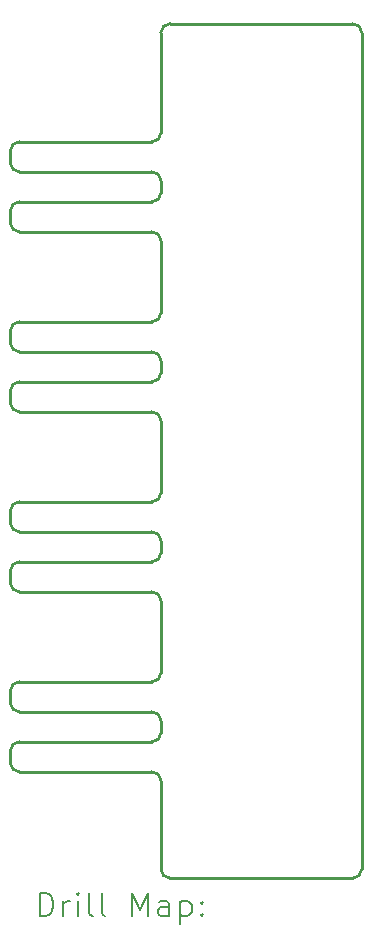
<source format=gbr>
%TF.GenerationSoftware,KiCad,Pcbnew,7.0.10*%
%TF.CreationDate,2024-07-21T07:17:00-04:00*%
%TF.ProjectId,12.2.1 - PLC Connector,31322e32-2e31-4202-9d20-504c4320436f,rev?*%
%TF.SameCoordinates,Original*%
%TF.FileFunction,Drillmap*%
%TF.FilePolarity,Positive*%
%FSLAX45Y45*%
G04 Gerber Fmt 4.5, Leading zero omitted, Abs format (unit mm)*
G04 Created by KiCad (PCBNEW 7.0.10) date 2024-07-21 07:17:00*
%MOMM*%
%LPD*%
G01*
G04 APERTURE LIST*
%ADD10C,0.250000*%
%ADD11C,0.200000*%
G04 APERTURE END LIST*
D10*
X15427824Y-10617646D02*
G75*
G03*
X15502822Y-10692646I74996J-4D01*
G01*
X16702824Y-7719646D02*
G75*
G03*
X16627822Y-7644646I-75004J-4D01*
G01*
X16627822Y-10184646D02*
X15502822Y-10184646D01*
X18402823Y-4433646D02*
X18402823Y-11517646D01*
X16702822Y-10363646D02*
X16702822Y-10259646D01*
X16702822Y-6807646D02*
X16702822Y-6195646D01*
X15427822Y-9093646D02*
X15427822Y-8989646D01*
X15427824Y-8585646D02*
G75*
G03*
X15502822Y-8660646I74996J-4D01*
G01*
X15427822Y-7061646D02*
X15427822Y-6957646D01*
X16627822Y-5612646D02*
X15502822Y-5612646D01*
X15427824Y-9093646D02*
G75*
G03*
X15502822Y-9168646I74996J-4D01*
G01*
X16627822Y-6882652D02*
G75*
G03*
X16702822Y-6807646I-3J75003D01*
G01*
X16627822Y-5358653D02*
G75*
G03*
X16702822Y-5283646I-3J75003D01*
G01*
X15502822Y-9930646D02*
X16627822Y-9930646D01*
X16627822Y-5866652D02*
G75*
G03*
X16702822Y-5791646I-3J75003D01*
G01*
X16702824Y-9243646D02*
G75*
G03*
X16627822Y-9168646I-75004J-4D01*
G01*
X16702824Y-10259646D02*
G75*
G03*
X16627822Y-10184646I-75004J-4D01*
G01*
X15502822Y-8914646D02*
X16627822Y-8914646D01*
X15427822Y-10617646D02*
X15427822Y-10513646D01*
X16702824Y-10767646D02*
G75*
G03*
X16627822Y-10692646I-75004J-4D01*
G01*
X16627822Y-10692646D02*
X15502822Y-10692646D01*
X15502822Y-5358653D02*
G75*
G03*
X15427822Y-5433646I-3J-74998D01*
G01*
X15427822Y-6045646D02*
X15427822Y-5941646D01*
X16627822Y-8914653D02*
G75*
G03*
X16702822Y-8839646I-3J75003D01*
G01*
X15427822Y-7569646D02*
X15427822Y-7465646D01*
X16702824Y-6195646D02*
G75*
G03*
X16627822Y-6120646I-75004J-4D01*
G01*
X16627822Y-6120646D02*
X15502822Y-6120646D01*
X15502822Y-10438653D02*
G75*
G03*
X15427822Y-10513646I-3J-74998D01*
G01*
X15502822Y-7390652D02*
G75*
G03*
X15427822Y-7465646I-3J-74998D01*
G01*
X15502822Y-5358646D02*
X16627822Y-5358646D01*
X18327823Y-11592646D02*
X16777823Y-11592646D01*
X16702824Y-7211646D02*
G75*
G03*
X16627822Y-7136646I-75004J-4D01*
G01*
X15502822Y-5866646D02*
X16627822Y-5866646D01*
X15502822Y-6882652D02*
G75*
G03*
X15427822Y-6957646I-3J-74998D01*
G01*
X16627822Y-7390652D02*
G75*
G03*
X16702822Y-7315646I-3J75003D01*
G01*
X16627822Y-9168646D02*
X15502822Y-9168646D01*
X16702822Y-9855646D02*
X16702822Y-9243646D01*
X15502822Y-5866652D02*
G75*
G03*
X15427822Y-5941646I-3J-74998D01*
G01*
X15427824Y-7061646D02*
G75*
G03*
X15502822Y-7136646I74996J-4D01*
G01*
X15427824Y-6045646D02*
G75*
G03*
X15502822Y-6120646I74996J-4D01*
G01*
X15427822Y-5537646D02*
X15427822Y-5433646D01*
X16777823Y-4358653D02*
G75*
G03*
X16702822Y-4433646I-3J-74998D01*
G01*
X15427822Y-8585646D02*
X15427822Y-8481646D01*
X16702822Y-7315646D02*
X16702822Y-7211646D01*
X18402824Y-4433646D02*
G75*
G03*
X18327823Y-4358646I-75004J-4D01*
G01*
X16627822Y-9930653D02*
G75*
G03*
X16702822Y-9855646I-3J75003D01*
G01*
X16627822Y-7644646D02*
X15502822Y-7644646D01*
X16627822Y-8406653D02*
G75*
G03*
X16702822Y-8331646I-3J75003D01*
G01*
X16627822Y-7136646D02*
X15502822Y-7136646D01*
X16702822Y-5283646D02*
X16702822Y-4433646D01*
X15502822Y-10438646D02*
X16627822Y-10438646D01*
X15502822Y-8914653D02*
G75*
G03*
X15427822Y-8989646I-3J-74998D01*
G01*
X16702824Y-8735646D02*
G75*
G03*
X16627822Y-8660646I-75004J-4D01*
G01*
X15427824Y-5537646D02*
G75*
G03*
X15502822Y-5612646I74996J-4D01*
G01*
X15502822Y-8406646D02*
X16627822Y-8406646D01*
X16702822Y-8331646D02*
X16702822Y-7719646D01*
X15427824Y-7569646D02*
G75*
G03*
X15502822Y-7644646I74996J-4D01*
G01*
X15502822Y-9930653D02*
G75*
G03*
X15427822Y-10005646I-3J-74998D01*
G01*
X15502822Y-6882646D02*
X16627822Y-6882646D01*
X16702822Y-8839646D02*
X16702822Y-8735646D01*
X16702824Y-5687646D02*
G75*
G03*
X16627822Y-5612646I-75004J-4D01*
G01*
X18327823Y-11592652D02*
G75*
G03*
X18402823Y-11517646I-3J75003D01*
G01*
X15427824Y-10109646D02*
G75*
G03*
X15502822Y-10184646I74996J-4D01*
G01*
X16702822Y-5791646D02*
X16702822Y-5687646D01*
X15502822Y-8406653D02*
G75*
G03*
X15427822Y-8481646I-3J-74998D01*
G01*
X15502822Y-7390646D02*
X16627822Y-7390646D01*
X16777823Y-4358646D02*
X18327823Y-4358646D01*
X16702822Y-11517646D02*
X16702822Y-10767646D01*
X16627822Y-8660646D02*
X15502822Y-8660646D01*
X15427822Y-10109646D02*
X15427822Y-10005646D01*
X16627822Y-10438653D02*
G75*
G03*
X16702822Y-10363646I-3J75003D01*
G01*
X16702824Y-11517646D02*
G75*
G03*
X16777823Y-11592646I74996J-4D01*
G01*
D11*
X15676099Y-11916630D02*
X15676099Y-11716630D01*
X15676099Y-11716630D02*
X15723718Y-11716630D01*
X15723718Y-11716630D02*
X15752290Y-11726154D01*
X15752290Y-11726154D02*
X15771337Y-11745201D01*
X15771337Y-11745201D02*
X15780861Y-11764249D01*
X15780861Y-11764249D02*
X15790385Y-11802344D01*
X15790385Y-11802344D02*
X15790385Y-11830916D01*
X15790385Y-11830916D02*
X15780861Y-11869011D01*
X15780861Y-11869011D02*
X15771337Y-11888058D01*
X15771337Y-11888058D02*
X15752290Y-11907106D01*
X15752290Y-11907106D02*
X15723718Y-11916630D01*
X15723718Y-11916630D02*
X15676099Y-11916630D01*
X15876099Y-11916630D02*
X15876099Y-11783297D01*
X15876099Y-11821392D02*
X15885623Y-11802344D01*
X15885623Y-11802344D02*
X15895147Y-11792820D01*
X15895147Y-11792820D02*
X15914194Y-11783297D01*
X15914194Y-11783297D02*
X15933242Y-11783297D01*
X15999909Y-11916630D02*
X15999909Y-11783297D01*
X15999909Y-11716630D02*
X15990385Y-11726154D01*
X15990385Y-11726154D02*
X15999909Y-11735678D01*
X15999909Y-11735678D02*
X16009433Y-11726154D01*
X16009433Y-11726154D02*
X15999909Y-11716630D01*
X15999909Y-11716630D02*
X15999909Y-11735678D01*
X16123718Y-11916630D02*
X16104671Y-11907106D01*
X16104671Y-11907106D02*
X16095147Y-11888058D01*
X16095147Y-11888058D02*
X16095147Y-11716630D01*
X16228480Y-11916630D02*
X16209433Y-11907106D01*
X16209433Y-11907106D02*
X16199909Y-11888058D01*
X16199909Y-11888058D02*
X16199909Y-11716630D01*
X16457052Y-11916630D02*
X16457052Y-11716630D01*
X16457052Y-11716630D02*
X16523718Y-11859487D01*
X16523718Y-11859487D02*
X16590385Y-11716630D01*
X16590385Y-11716630D02*
X16590385Y-11916630D01*
X16771337Y-11916630D02*
X16771337Y-11811868D01*
X16771337Y-11811868D02*
X16761814Y-11792820D01*
X16761814Y-11792820D02*
X16742766Y-11783297D01*
X16742766Y-11783297D02*
X16704671Y-11783297D01*
X16704671Y-11783297D02*
X16685623Y-11792820D01*
X16771337Y-11907106D02*
X16752290Y-11916630D01*
X16752290Y-11916630D02*
X16704671Y-11916630D01*
X16704671Y-11916630D02*
X16685623Y-11907106D01*
X16685623Y-11907106D02*
X16676099Y-11888058D01*
X16676099Y-11888058D02*
X16676099Y-11869011D01*
X16676099Y-11869011D02*
X16685623Y-11849963D01*
X16685623Y-11849963D02*
X16704671Y-11840439D01*
X16704671Y-11840439D02*
X16752290Y-11840439D01*
X16752290Y-11840439D02*
X16771337Y-11830916D01*
X16866576Y-11783297D02*
X16866576Y-11983297D01*
X16866576Y-11792820D02*
X16885623Y-11783297D01*
X16885623Y-11783297D02*
X16923718Y-11783297D01*
X16923718Y-11783297D02*
X16942766Y-11792820D01*
X16942766Y-11792820D02*
X16952290Y-11802344D01*
X16952290Y-11802344D02*
X16961814Y-11821392D01*
X16961814Y-11821392D02*
X16961814Y-11878535D01*
X16961814Y-11878535D02*
X16952290Y-11897582D01*
X16952290Y-11897582D02*
X16942766Y-11907106D01*
X16942766Y-11907106D02*
X16923718Y-11916630D01*
X16923718Y-11916630D02*
X16885623Y-11916630D01*
X16885623Y-11916630D02*
X16866576Y-11907106D01*
X17047528Y-11897582D02*
X17057052Y-11907106D01*
X17057052Y-11907106D02*
X17047528Y-11916630D01*
X17047528Y-11916630D02*
X17038004Y-11907106D01*
X17038004Y-11907106D02*
X17047528Y-11897582D01*
X17047528Y-11897582D02*
X17047528Y-11916630D01*
X17047528Y-11792820D02*
X17057052Y-11802344D01*
X17057052Y-11802344D02*
X17047528Y-11811868D01*
X17047528Y-11811868D02*
X17038004Y-11802344D01*
X17038004Y-11802344D02*
X17047528Y-11792820D01*
X17047528Y-11792820D02*
X17047528Y-11811868D01*
M02*

</source>
